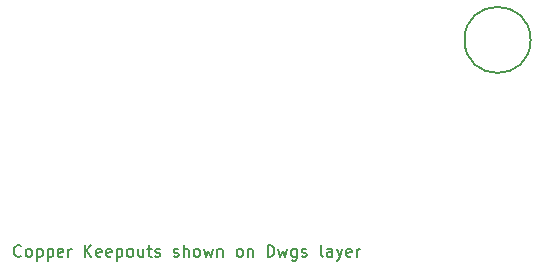
<source format=gbr>
%TF.GenerationSoftware,KiCad,Pcbnew,8.0.5*%
%TF.CreationDate,2024-10-04T09:52:45+09:00*%
%TF.ProjectId,UI__,5549fa7f-2e6b-4696-9361-645f70636258,rev?*%
%TF.SameCoordinates,Original*%
%TF.FileFunction,Other,Comment*%
%FSLAX46Y46*%
G04 Gerber Fmt 4.6, Leading zero omitted, Abs format (unit mm)*
G04 Created by KiCad (PCBNEW 8.0.5) date 2024-10-04 09:52:45*
%MOMM*%
%LPD*%
G01*
G04 APERTURE LIST*
%ADD10C,0.150000*%
G04 APERTURE END LIST*
D10*
X197789997Y-82909580D02*
X197742378Y-82957200D01*
X197742378Y-82957200D02*
X197599521Y-83004819D01*
X197599521Y-83004819D02*
X197504283Y-83004819D01*
X197504283Y-83004819D02*
X197361426Y-82957200D01*
X197361426Y-82957200D02*
X197266188Y-82861961D01*
X197266188Y-82861961D02*
X197218569Y-82766723D01*
X197218569Y-82766723D02*
X197170950Y-82576247D01*
X197170950Y-82576247D02*
X197170950Y-82433390D01*
X197170950Y-82433390D02*
X197218569Y-82242914D01*
X197218569Y-82242914D02*
X197266188Y-82147676D01*
X197266188Y-82147676D02*
X197361426Y-82052438D01*
X197361426Y-82052438D02*
X197504283Y-82004819D01*
X197504283Y-82004819D02*
X197599521Y-82004819D01*
X197599521Y-82004819D02*
X197742378Y-82052438D01*
X197742378Y-82052438D02*
X197789997Y-82100057D01*
X198361426Y-83004819D02*
X198266188Y-82957200D01*
X198266188Y-82957200D02*
X198218569Y-82909580D01*
X198218569Y-82909580D02*
X198170950Y-82814342D01*
X198170950Y-82814342D02*
X198170950Y-82528628D01*
X198170950Y-82528628D02*
X198218569Y-82433390D01*
X198218569Y-82433390D02*
X198266188Y-82385771D01*
X198266188Y-82385771D02*
X198361426Y-82338152D01*
X198361426Y-82338152D02*
X198504283Y-82338152D01*
X198504283Y-82338152D02*
X198599521Y-82385771D01*
X198599521Y-82385771D02*
X198647140Y-82433390D01*
X198647140Y-82433390D02*
X198694759Y-82528628D01*
X198694759Y-82528628D02*
X198694759Y-82814342D01*
X198694759Y-82814342D02*
X198647140Y-82909580D01*
X198647140Y-82909580D02*
X198599521Y-82957200D01*
X198599521Y-82957200D02*
X198504283Y-83004819D01*
X198504283Y-83004819D02*
X198361426Y-83004819D01*
X199123331Y-82338152D02*
X199123331Y-83338152D01*
X199123331Y-82385771D02*
X199218569Y-82338152D01*
X199218569Y-82338152D02*
X199409045Y-82338152D01*
X199409045Y-82338152D02*
X199504283Y-82385771D01*
X199504283Y-82385771D02*
X199551902Y-82433390D01*
X199551902Y-82433390D02*
X199599521Y-82528628D01*
X199599521Y-82528628D02*
X199599521Y-82814342D01*
X199599521Y-82814342D02*
X199551902Y-82909580D01*
X199551902Y-82909580D02*
X199504283Y-82957200D01*
X199504283Y-82957200D02*
X199409045Y-83004819D01*
X199409045Y-83004819D02*
X199218569Y-83004819D01*
X199218569Y-83004819D02*
X199123331Y-82957200D01*
X200028093Y-82338152D02*
X200028093Y-83338152D01*
X200028093Y-82385771D02*
X200123331Y-82338152D01*
X200123331Y-82338152D02*
X200313807Y-82338152D01*
X200313807Y-82338152D02*
X200409045Y-82385771D01*
X200409045Y-82385771D02*
X200456664Y-82433390D01*
X200456664Y-82433390D02*
X200504283Y-82528628D01*
X200504283Y-82528628D02*
X200504283Y-82814342D01*
X200504283Y-82814342D02*
X200456664Y-82909580D01*
X200456664Y-82909580D02*
X200409045Y-82957200D01*
X200409045Y-82957200D02*
X200313807Y-83004819D01*
X200313807Y-83004819D02*
X200123331Y-83004819D01*
X200123331Y-83004819D02*
X200028093Y-82957200D01*
X201313807Y-82957200D02*
X201218569Y-83004819D01*
X201218569Y-83004819D02*
X201028093Y-83004819D01*
X201028093Y-83004819D02*
X200932855Y-82957200D01*
X200932855Y-82957200D02*
X200885236Y-82861961D01*
X200885236Y-82861961D02*
X200885236Y-82481009D01*
X200885236Y-82481009D02*
X200932855Y-82385771D01*
X200932855Y-82385771D02*
X201028093Y-82338152D01*
X201028093Y-82338152D02*
X201218569Y-82338152D01*
X201218569Y-82338152D02*
X201313807Y-82385771D01*
X201313807Y-82385771D02*
X201361426Y-82481009D01*
X201361426Y-82481009D02*
X201361426Y-82576247D01*
X201361426Y-82576247D02*
X200885236Y-82671485D01*
X201789998Y-83004819D02*
X201789998Y-82338152D01*
X201789998Y-82528628D02*
X201837617Y-82433390D01*
X201837617Y-82433390D02*
X201885236Y-82385771D01*
X201885236Y-82385771D02*
X201980474Y-82338152D01*
X201980474Y-82338152D02*
X202075712Y-82338152D01*
X203170951Y-83004819D02*
X203170951Y-82004819D01*
X203742379Y-83004819D02*
X203313808Y-82433390D01*
X203742379Y-82004819D02*
X203170951Y-82576247D01*
X204551903Y-82957200D02*
X204456665Y-83004819D01*
X204456665Y-83004819D02*
X204266189Y-83004819D01*
X204266189Y-83004819D02*
X204170951Y-82957200D01*
X204170951Y-82957200D02*
X204123332Y-82861961D01*
X204123332Y-82861961D02*
X204123332Y-82481009D01*
X204123332Y-82481009D02*
X204170951Y-82385771D01*
X204170951Y-82385771D02*
X204266189Y-82338152D01*
X204266189Y-82338152D02*
X204456665Y-82338152D01*
X204456665Y-82338152D02*
X204551903Y-82385771D01*
X204551903Y-82385771D02*
X204599522Y-82481009D01*
X204599522Y-82481009D02*
X204599522Y-82576247D01*
X204599522Y-82576247D02*
X204123332Y-82671485D01*
X205409046Y-82957200D02*
X205313808Y-83004819D01*
X205313808Y-83004819D02*
X205123332Y-83004819D01*
X205123332Y-83004819D02*
X205028094Y-82957200D01*
X205028094Y-82957200D02*
X204980475Y-82861961D01*
X204980475Y-82861961D02*
X204980475Y-82481009D01*
X204980475Y-82481009D02*
X205028094Y-82385771D01*
X205028094Y-82385771D02*
X205123332Y-82338152D01*
X205123332Y-82338152D02*
X205313808Y-82338152D01*
X205313808Y-82338152D02*
X205409046Y-82385771D01*
X205409046Y-82385771D02*
X205456665Y-82481009D01*
X205456665Y-82481009D02*
X205456665Y-82576247D01*
X205456665Y-82576247D02*
X204980475Y-82671485D01*
X205885237Y-82338152D02*
X205885237Y-83338152D01*
X205885237Y-82385771D02*
X205980475Y-82338152D01*
X205980475Y-82338152D02*
X206170951Y-82338152D01*
X206170951Y-82338152D02*
X206266189Y-82385771D01*
X206266189Y-82385771D02*
X206313808Y-82433390D01*
X206313808Y-82433390D02*
X206361427Y-82528628D01*
X206361427Y-82528628D02*
X206361427Y-82814342D01*
X206361427Y-82814342D02*
X206313808Y-82909580D01*
X206313808Y-82909580D02*
X206266189Y-82957200D01*
X206266189Y-82957200D02*
X206170951Y-83004819D01*
X206170951Y-83004819D02*
X205980475Y-83004819D01*
X205980475Y-83004819D02*
X205885237Y-82957200D01*
X206932856Y-83004819D02*
X206837618Y-82957200D01*
X206837618Y-82957200D02*
X206789999Y-82909580D01*
X206789999Y-82909580D02*
X206742380Y-82814342D01*
X206742380Y-82814342D02*
X206742380Y-82528628D01*
X206742380Y-82528628D02*
X206789999Y-82433390D01*
X206789999Y-82433390D02*
X206837618Y-82385771D01*
X206837618Y-82385771D02*
X206932856Y-82338152D01*
X206932856Y-82338152D02*
X207075713Y-82338152D01*
X207075713Y-82338152D02*
X207170951Y-82385771D01*
X207170951Y-82385771D02*
X207218570Y-82433390D01*
X207218570Y-82433390D02*
X207266189Y-82528628D01*
X207266189Y-82528628D02*
X207266189Y-82814342D01*
X207266189Y-82814342D02*
X207218570Y-82909580D01*
X207218570Y-82909580D02*
X207170951Y-82957200D01*
X207170951Y-82957200D02*
X207075713Y-83004819D01*
X207075713Y-83004819D02*
X206932856Y-83004819D01*
X208123332Y-82338152D02*
X208123332Y-83004819D01*
X207694761Y-82338152D02*
X207694761Y-82861961D01*
X207694761Y-82861961D02*
X207742380Y-82957200D01*
X207742380Y-82957200D02*
X207837618Y-83004819D01*
X207837618Y-83004819D02*
X207980475Y-83004819D01*
X207980475Y-83004819D02*
X208075713Y-82957200D01*
X208075713Y-82957200D02*
X208123332Y-82909580D01*
X208456666Y-82338152D02*
X208837618Y-82338152D01*
X208599523Y-82004819D02*
X208599523Y-82861961D01*
X208599523Y-82861961D02*
X208647142Y-82957200D01*
X208647142Y-82957200D02*
X208742380Y-83004819D01*
X208742380Y-83004819D02*
X208837618Y-83004819D01*
X209123333Y-82957200D02*
X209218571Y-83004819D01*
X209218571Y-83004819D02*
X209409047Y-83004819D01*
X209409047Y-83004819D02*
X209504285Y-82957200D01*
X209504285Y-82957200D02*
X209551904Y-82861961D01*
X209551904Y-82861961D02*
X209551904Y-82814342D01*
X209551904Y-82814342D02*
X209504285Y-82719104D01*
X209504285Y-82719104D02*
X209409047Y-82671485D01*
X209409047Y-82671485D02*
X209266190Y-82671485D01*
X209266190Y-82671485D02*
X209170952Y-82623866D01*
X209170952Y-82623866D02*
X209123333Y-82528628D01*
X209123333Y-82528628D02*
X209123333Y-82481009D01*
X209123333Y-82481009D02*
X209170952Y-82385771D01*
X209170952Y-82385771D02*
X209266190Y-82338152D01*
X209266190Y-82338152D02*
X209409047Y-82338152D01*
X209409047Y-82338152D02*
X209504285Y-82385771D01*
X210694762Y-82957200D02*
X210790000Y-83004819D01*
X210790000Y-83004819D02*
X210980476Y-83004819D01*
X210980476Y-83004819D02*
X211075714Y-82957200D01*
X211075714Y-82957200D02*
X211123333Y-82861961D01*
X211123333Y-82861961D02*
X211123333Y-82814342D01*
X211123333Y-82814342D02*
X211075714Y-82719104D01*
X211075714Y-82719104D02*
X210980476Y-82671485D01*
X210980476Y-82671485D02*
X210837619Y-82671485D01*
X210837619Y-82671485D02*
X210742381Y-82623866D01*
X210742381Y-82623866D02*
X210694762Y-82528628D01*
X210694762Y-82528628D02*
X210694762Y-82481009D01*
X210694762Y-82481009D02*
X210742381Y-82385771D01*
X210742381Y-82385771D02*
X210837619Y-82338152D01*
X210837619Y-82338152D02*
X210980476Y-82338152D01*
X210980476Y-82338152D02*
X211075714Y-82385771D01*
X211551905Y-83004819D02*
X211551905Y-82004819D01*
X211980476Y-83004819D02*
X211980476Y-82481009D01*
X211980476Y-82481009D02*
X211932857Y-82385771D01*
X211932857Y-82385771D02*
X211837619Y-82338152D01*
X211837619Y-82338152D02*
X211694762Y-82338152D01*
X211694762Y-82338152D02*
X211599524Y-82385771D01*
X211599524Y-82385771D02*
X211551905Y-82433390D01*
X212599524Y-83004819D02*
X212504286Y-82957200D01*
X212504286Y-82957200D02*
X212456667Y-82909580D01*
X212456667Y-82909580D02*
X212409048Y-82814342D01*
X212409048Y-82814342D02*
X212409048Y-82528628D01*
X212409048Y-82528628D02*
X212456667Y-82433390D01*
X212456667Y-82433390D02*
X212504286Y-82385771D01*
X212504286Y-82385771D02*
X212599524Y-82338152D01*
X212599524Y-82338152D02*
X212742381Y-82338152D01*
X212742381Y-82338152D02*
X212837619Y-82385771D01*
X212837619Y-82385771D02*
X212885238Y-82433390D01*
X212885238Y-82433390D02*
X212932857Y-82528628D01*
X212932857Y-82528628D02*
X212932857Y-82814342D01*
X212932857Y-82814342D02*
X212885238Y-82909580D01*
X212885238Y-82909580D02*
X212837619Y-82957200D01*
X212837619Y-82957200D02*
X212742381Y-83004819D01*
X212742381Y-83004819D02*
X212599524Y-83004819D01*
X213266191Y-82338152D02*
X213456667Y-83004819D01*
X213456667Y-83004819D02*
X213647143Y-82528628D01*
X213647143Y-82528628D02*
X213837619Y-83004819D01*
X213837619Y-83004819D02*
X214028095Y-82338152D01*
X214409048Y-82338152D02*
X214409048Y-83004819D01*
X214409048Y-82433390D02*
X214456667Y-82385771D01*
X214456667Y-82385771D02*
X214551905Y-82338152D01*
X214551905Y-82338152D02*
X214694762Y-82338152D01*
X214694762Y-82338152D02*
X214790000Y-82385771D01*
X214790000Y-82385771D02*
X214837619Y-82481009D01*
X214837619Y-82481009D02*
X214837619Y-83004819D01*
X216218572Y-83004819D02*
X216123334Y-82957200D01*
X216123334Y-82957200D02*
X216075715Y-82909580D01*
X216075715Y-82909580D02*
X216028096Y-82814342D01*
X216028096Y-82814342D02*
X216028096Y-82528628D01*
X216028096Y-82528628D02*
X216075715Y-82433390D01*
X216075715Y-82433390D02*
X216123334Y-82385771D01*
X216123334Y-82385771D02*
X216218572Y-82338152D01*
X216218572Y-82338152D02*
X216361429Y-82338152D01*
X216361429Y-82338152D02*
X216456667Y-82385771D01*
X216456667Y-82385771D02*
X216504286Y-82433390D01*
X216504286Y-82433390D02*
X216551905Y-82528628D01*
X216551905Y-82528628D02*
X216551905Y-82814342D01*
X216551905Y-82814342D02*
X216504286Y-82909580D01*
X216504286Y-82909580D02*
X216456667Y-82957200D01*
X216456667Y-82957200D02*
X216361429Y-83004819D01*
X216361429Y-83004819D02*
X216218572Y-83004819D01*
X216980477Y-82338152D02*
X216980477Y-83004819D01*
X216980477Y-82433390D02*
X217028096Y-82385771D01*
X217028096Y-82385771D02*
X217123334Y-82338152D01*
X217123334Y-82338152D02*
X217266191Y-82338152D01*
X217266191Y-82338152D02*
X217361429Y-82385771D01*
X217361429Y-82385771D02*
X217409048Y-82481009D01*
X217409048Y-82481009D02*
X217409048Y-83004819D01*
X218647144Y-83004819D02*
X218647144Y-82004819D01*
X218647144Y-82004819D02*
X218885239Y-82004819D01*
X218885239Y-82004819D02*
X219028096Y-82052438D01*
X219028096Y-82052438D02*
X219123334Y-82147676D01*
X219123334Y-82147676D02*
X219170953Y-82242914D01*
X219170953Y-82242914D02*
X219218572Y-82433390D01*
X219218572Y-82433390D02*
X219218572Y-82576247D01*
X219218572Y-82576247D02*
X219170953Y-82766723D01*
X219170953Y-82766723D02*
X219123334Y-82861961D01*
X219123334Y-82861961D02*
X219028096Y-82957200D01*
X219028096Y-82957200D02*
X218885239Y-83004819D01*
X218885239Y-83004819D02*
X218647144Y-83004819D01*
X219551906Y-82338152D02*
X219742382Y-83004819D01*
X219742382Y-83004819D02*
X219932858Y-82528628D01*
X219932858Y-82528628D02*
X220123334Y-83004819D01*
X220123334Y-83004819D02*
X220313810Y-82338152D01*
X221123334Y-82338152D02*
X221123334Y-83147676D01*
X221123334Y-83147676D02*
X221075715Y-83242914D01*
X221075715Y-83242914D02*
X221028096Y-83290533D01*
X221028096Y-83290533D02*
X220932858Y-83338152D01*
X220932858Y-83338152D02*
X220790001Y-83338152D01*
X220790001Y-83338152D02*
X220694763Y-83290533D01*
X221123334Y-82957200D02*
X221028096Y-83004819D01*
X221028096Y-83004819D02*
X220837620Y-83004819D01*
X220837620Y-83004819D02*
X220742382Y-82957200D01*
X220742382Y-82957200D02*
X220694763Y-82909580D01*
X220694763Y-82909580D02*
X220647144Y-82814342D01*
X220647144Y-82814342D02*
X220647144Y-82528628D01*
X220647144Y-82528628D02*
X220694763Y-82433390D01*
X220694763Y-82433390D02*
X220742382Y-82385771D01*
X220742382Y-82385771D02*
X220837620Y-82338152D01*
X220837620Y-82338152D02*
X221028096Y-82338152D01*
X221028096Y-82338152D02*
X221123334Y-82385771D01*
X221551906Y-82957200D02*
X221647144Y-83004819D01*
X221647144Y-83004819D02*
X221837620Y-83004819D01*
X221837620Y-83004819D02*
X221932858Y-82957200D01*
X221932858Y-82957200D02*
X221980477Y-82861961D01*
X221980477Y-82861961D02*
X221980477Y-82814342D01*
X221980477Y-82814342D02*
X221932858Y-82719104D01*
X221932858Y-82719104D02*
X221837620Y-82671485D01*
X221837620Y-82671485D02*
X221694763Y-82671485D01*
X221694763Y-82671485D02*
X221599525Y-82623866D01*
X221599525Y-82623866D02*
X221551906Y-82528628D01*
X221551906Y-82528628D02*
X221551906Y-82481009D01*
X221551906Y-82481009D02*
X221599525Y-82385771D01*
X221599525Y-82385771D02*
X221694763Y-82338152D01*
X221694763Y-82338152D02*
X221837620Y-82338152D01*
X221837620Y-82338152D02*
X221932858Y-82385771D01*
X223313811Y-83004819D02*
X223218573Y-82957200D01*
X223218573Y-82957200D02*
X223170954Y-82861961D01*
X223170954Y-82861961D02*
X223170954Y-82004819D01*
X224123335Y-83004819D02*
X224123335Y-82481009D01*
X224123335Y-82481009D02*
X224075716Y-82385771D01*
X224075716Y-82385771D02*
X223980478Y-82338152D01*
X223980478Y-82338152D02*
X223790002Y-82338152D01*
X223790002Y-82338152D02*
X223694764Y-82385771D01*
X224123335Y-82957200D02*
X224028097Y-83004819D01*
X224028097Y-83004819D02*
X223790002Y-83004819D01*
X223790002Y-83004819D02*
X223694764Y-82957200D01*
X223694764Y-82957200D02*
X223647145Y-82861961D01*
X223647145Y-82861961D02*
X223647145Y-82766723D01*
X223647145Y-82766723D02*
X223694764Y-82671485D01*
X223694764Y-82671485D02*
X223790002Y-82623866D01*
X223790002Y-82623866D02*
X224028097Y-82623866D01*
X224028097Y-82623866D02*
X224123335Y-82576247D01*
X224504288Y-82338152D02*
X224742383Y-83004819D01*
X224980478Y-82338152D02*
X224742383Y-83004819D01*
X224742383Y-83004819D02*
X224647145Y-83242914D01*
X224647145Y-83242914D02*
X224599526Y-83290533D01*
X224599526Y-83290533D02*
X224504288Y-83338152D01*
X225742383Y-82957200D02*
X225647145Y-83004819D01*
X225647145Y-83004819D02*
X225456669Y-83004819D01*
X225456669Y-83004819D02*
X225361431Y-82957200D01*
X225361431Y-82957200D02*
X225313812Y-82861961D01*
X225313812Y-82861961D02*
X225313812Y-82481009D01*
X225313812Y-82481009D02*
X225361431Y-82385771D01*
X225361431Y-82385771D02*
X225456669Y-82338152D01*
X225456669Y-82338152D02*
X225647145Y-82338152D01*
X225647145Y-82338152D02*
X225742383Y-82385771D01*
X225742383Y-82385771D02*
X225790002Y-82481009D01*
X225790002Y-82481009D02*
X225790002Y-82576247D01*
X225790002Y-82576247D02*
X225313812Y-82671485D01*
X226218574Y-83004819D02*
X226218574Y-82338152D01*
X226218574Y-82528628D02*
X226266193Y-82433390D01*
X226266193Y-82433390D02*
X226313812Y-82385771D01*
X226313812Y-82385771D02*
X226409050Y-82338152D01*
X226409050Y-82338152D02*
X226504288Y-82338152D01*
%TO.C,REF\u002A\u002A*%
X240925000Y-64643000D02*
G75*
G02*
X235325000Y-64643000I-2800000J0D01*
G01*
X235325000Y-64643000D02*
G75*
G02*
X240925000Y-64643000I2800000J0D01*
G01*
%TD*%
M02*

</source>
